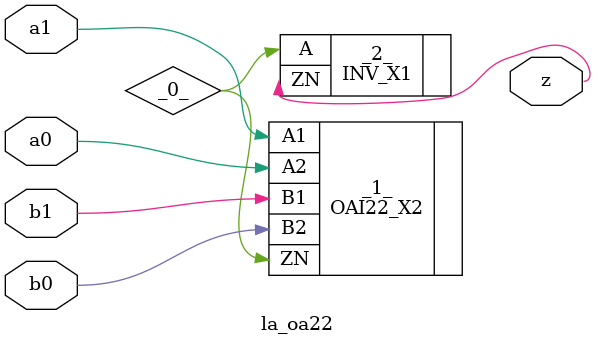
<source format=v>

/* Generated by Yosys 0.44 (git sha1 80ba43d26, g++ 11.4.0-1ubuntu1~22.04 -fPIC -O3) */

(* top =  1  *)
(* src = "inputs/la_oa22.v:10.1-22.10" *)
module la_oa22 (
    a0,
    a1,
    b0,
    b1,
    z
);
  wire _0_;
  (* src = "inputs/la_oa22.v:13.12-13.14" *)
  input a0;
  wire a0;
  (* src = "inputs/la_oa22.v:14.12-14.14" *)
  input a1;
  wire a1;
  (* src = "inputs/la_oa22.v:15.12-15.14" *)
  input b0;
  wire b0;
  (* src = "inputs/la_oa22.v:16.12-16.14" *)
  input b1;
  wire b1;
  (* src = "inputs/la_oa22.v:17.12-17.13" *)
  output z;
  wire z;
  OAI22_X2 _1_ (
      .A1(a1),
      .A2(a0),
      .B1(b1),
      .B2(b0),
      .ZN(_0_)
  );
  INV_X1 _2_ (
      .A (_0_),
      .ZN(z)
  );
endmodule

</source>
